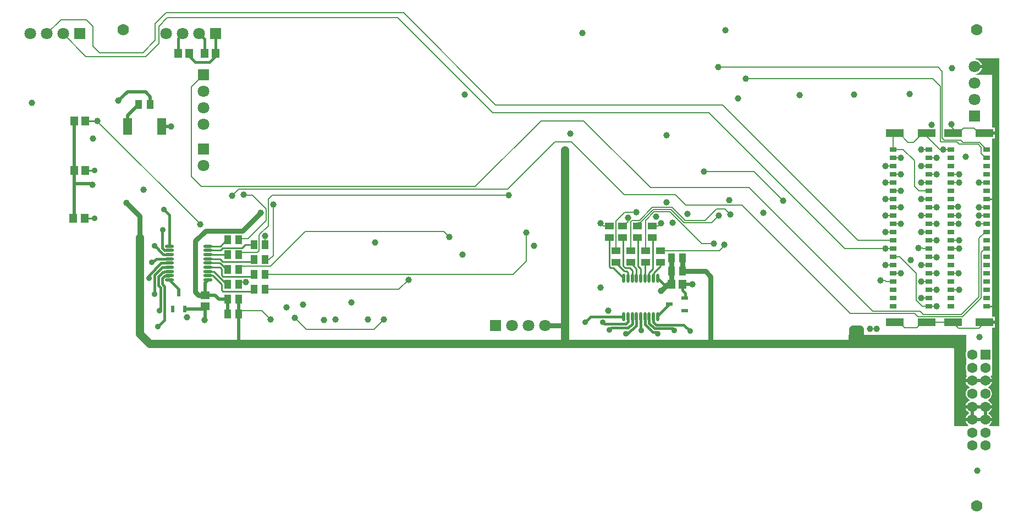
<source format=gbl>
G04*
G04 #@! TF.GenerationSoftware,Altium Limited,Altium Designer,18.0.12 (696)*
G04*
G04 Layer_Physical_Order=4*
G04 Layer_Color=16711680*
%FSLAX25Y25*%
%MOIN*%
G70*
G01*
G75*
%ADD12C,0.01000*%
%ADD14C,0.01500*%
%ADD16R,0.03937X0.02362*%
%ADD17R,0.02362X0.03937*%
%ADD21R,0.04528X0.05512*%
%ADD23R,0.04449X0.05591*%
%ADD29R,0.05512X0.04724*%
%ADD30R,0.04724X0.05512*%
%ADD56C,0.03937*%
%ADD57C,0.00500*%
%ADD58C,0.03000*%
%ADD59C,0.05000*%
%ADD60C,0.02000*%
%ADD62C,0.07087*%
%ADD63R,0.07087X0.07087*%
%ADD64R,0.07087X0.07087*%
%ADD65C,0.06299*%
%ADD66R,0.06299X0.06299*%
%ADD67C,0.07000*%
%ADD68C,0.03500*%
%ADD69O,0.01772X0.05512*%
%ADD70O,0.05512X0.01772*%
%ADD71R,0.05591X0.04449*%
%ADD72R,0.04331X0.03150*%
%ADD73R,0.10630X0.04724*%
%ADD74R,0.05512X0.10236*%
%ADD75C,0.01700*%
G36*
X283559Y216559D02*
D01*
D02*
G37*
G36*
X285591Y219900D02*
D01*
D02*
G37*
G36*
X692500Y157310D02*
X692145Y156454D01*
X692009Y155423D01*
X692145Y154392D01*
X692500Y153535D01*
Y149436D01*
X692145Y148580D01*
X692009Y147549D01*
X692145Y146518D01*
X692500Y145661D01*
Y142800D01*
X692530D01*
X692777Y142300D01*
X692369Y141768D01*
X691950Y140758D01*
X691939Y140675D01*
X695993D01*
Y138675D01*
X691939D01*
X691950Y138592D01*
X692369Y137582D01*
X693034Y136715D01*
X693900Y136050D01*
X694263Y135900D01*
X694263Y135359D01*
X694001Y135251D01*
X693176Y134618D01*
X692543Y133793D01*
X692145Y132832D01*
X692009Y131801D01*
X692145Y130770D01*
X692543Y129809D01*
X693176Y128984D01*
X694001Y128351D01*
X694263Y128243D01*
X694263Y127701D01*
X693900Y127552D01*
X693034Y126886D01*
X692369Y126020D01*
X691950Y125010D01*
X691939Y124927D01*
X695993D01*
Y122927D01*
X691939D01*
X691950Y122844D01*
X692369Y121834D01*
X693034Y120967D01*
X693900Y120302D01*
X694051Y120240D01*
Y119740D01*
X693900Y119677D01*
X693034Y119012D01*
X692369Y118146D01*
X691950Y117136D01*
X691939Y117053D01*
X695993D01*
Y115053D01*
X691939D01*
X691950Y114970D01*
X692369Y113960D01*
X693034Y113093D01*
X693546Y112700D01*
X693377Y112200D01*
X685083D01*
Y158706D01*
X685022Y159013D01*
X684848Y159274D01*
X684587Y159448D01*
X684280Y159509D01*
X621000D01*
X621000Y167500D01*
X622000Y167500D01*
X692500Y167500D01*
Y157310D01*
D02*
G37*
G36*
X712477Y112200D02*
X706484D01*
X706314Y112700D01*
X706827Y113093D01*
X707492Y113960D01*
X707910Y114970D01*
X707921Y115053D01*
X703867D01*
Y117053D01*
X707921D01*
X707910Y117136D01*
X707492Y118146D01*
X706827Y119012D01*
X705960Y119677D01*
X705809Y119740D01*
Y120240D01*
X705960Y120302D01*
X706827Y120967D01*
X707492Y121834D01*
X707910Y122844D01*
X707921Y122927D01*
X703867D01*
Y124927D01*
X707921D01*
X707910Y125010D01*
X707492Y126020D01*
X706827Y126886D01*
X705960Y127552D01*
X705598Y127701D01*
X705598Y128243D01*
X705859Y128351D01*
X706684Y128984D01*
X707317Y129809D01*
X707715Y130770D01*
X707851Y131801D01*
X707715Y132832D01*
X707317Y133793D01*
X706684Y134618D01*
X705859Y135251D01*
X705598Y135359D01*
X705598Y135900D01*
X705960Y136050D01*
X706827Y136715D01*
X707492Y137582D01*
X707910Y138592D01*
X707921Y138675D01*
X703867D01*
Y140675D01*
X707921D01*
X707910Y140758D01*
X707492Y141768D01*
X707083Y142300D01*
X707330Y142800D01*
X708000D01*
Y171679D01*
X709791D01*
Y174041D01*
X703476D01*
Y176041D01*
X709791D01*
Y178403D01*
X708000D01*
X708000Y286325D01*
X709791D01*
Y288687D01*
X703476D01*
Y290687D01*
X709791D01*
Y293049D01*
X708000D01*
Y325000D01*
X698159Y325000D01*
X698127Y325500D01*
X698686Y325574D01*
X699791Y326031D01*
X700740Y326760D01*
X701469Y327709D01*
X701926Y328814D01*
X701951Y329000D01*
X697500D01*
Y331000D01*
X701951D01*
X701926Y331186D01*
X701469Y332291D01*
X700740Y333240D01*
X699791Y333969D01*
X698686Y334426D01*
X698127Y334500D01*
X698160Y335000D01*
X712477Y335000D01*
Y112200D01*
D02*
G37*
D12*
X475905Y208753D02*
Y226516D01*
X241753Y202905D02*
X259420D01*
X241753Y193905D02*
X259420D01*
X221445Y336555D02*
Y338000D01*
X237445Y336545D02*
Y338000D01*
X502500Y207500D02*
Y226016D01*
X157890Y238000D02*
X164000D01*
X165700Y297000D02*
X166094Y296606D01*
X158445Y297000D02*
X165700D01*
X237445Y349945D02*
X237500Y350000D01*
X704657Y249864D02*
X710364D01*
X704657Y184864D02*
X710364D01*
X475905Y226516D02*
X476000D01*
X475905Y208753D02*
X476666Y207991D01*
X478485D01*
X484764Y201713D01*
X484921Y206191D02*
X486309D01*
X487323Y201713D02*
Y205177D01*
X486309Y206191D02*
X487323Y205177D01*
X480000Y211112D02*
X484921Y206191D01*
X480000Y211112D02*
Y211516D01*
X484000Y226516D02*
X484500Y226016D01*
Y209158D02*
Y226016D01*
Y209158D02*
X485666Y207991D01*
X488500D01*
X489882Y206609D01*
Y201713D02*
Y206609D01*
X489000Y210954D02*
Y211516D01*
Y210954D02*
X492441Y207513D01*
Y201713D02*
Y207513D01*
X493000Y226516D02*
X493500Y226016D01*
Y209000D02*
Y226016D01*
Y209000D02*
X495000Y207500D01*
Y201713D02*
Y207500D01*
X497559Y211075D02*
X498000Y211516D01*
X497559Y201713D02*
Y211075D01*
X502000Y226516D02*
X502500Y226016D01*
X500118Y205118D02*
X502500Y207500D01*
X500118Y201713D02*
Y205118D01*
X507000Y209000D02*
Y211516D01*
X503050Y205050D02*
X507000Y209000D01*
X503050Y202086D02*
Y205050D01*
X502677Y201713D02*
X503050Y202086D01*
X158445Y267000D02*
X164000D01*
X232713Y205882D02*
X236230D01*
X243516Y224000D02*
X244516Y225000D01*
X243112Y224000D02*
X243516D01*
X240348Y221236D02*
X243112Y224000D01*
X232713Y221236D02*
X240348D01*
X244398Y216118D02*
X244516Y216000D01*
X232713Y216118D02*
X244398D01*
X259420Y193905D02*
X260516Y195000D01*
X240991Y194666D02*
X241753Y193905D01*
X240991Y194666D02*
Y198009D01*
X235677Y203323D02*
X240991Y198009D01*
X232713Y203323D02*
X235677D01*
X244112Y198000D02*
X244516D01*
X236230Y205882D02*
X244112Y198000D01*
X259420Y202905D02*
X260516Y204000D01*
X240991Y203666D02*
X241753Y202905D01*
X240991Y203666D02*
Y207575D01*
X240125Y208441D02*
X240991Y207575D01*
X232713Y208441D02*
X240125D01*
X244112Y207000D02*
X244516D01*
X240112Y211000D02*
X244112Y207000D01*
X232713Y211000D02*
X240112D01*
X259420Y211905D02*
X260516Y213000D01*
X241753Y211905D02*
X259420D01*
X240099Y213559D02*
X241753Y211905D01*
X232713Y213559D02*
X240099D01*
X255342Y222000D02*
X260516D01*
X253438Y220095D02*
X255342Y222000D01*
X241753Y220095D02*
X253438D01*
X240335Y218677D02*
X241753Y220095D01*
X232713Y218677D02*
X240335D01*
D14*
X521904Y189740D02*
Y192921D01*
X225100Y332900D02*
X233800D01*
X221445Y336555D02*
X225100Y332900D01*
X233800D02*
X237445Y336545D01*
X227500Y350000D02*
X230555Y346945D01*
Y338000D02*
Y346945D01*
X214555Y347055D02*
X217500Y350000D01*
X214555Y338000D02*
Y347055D01*
X197000Y203549D02*
X204451Y211000D01*
X197000Y201700D02*
Y203549D01*
X204451Y211000D02*
X209287D01*
X205144Y208441D02*
X209287D01*
X200382Y203678D02*
X205144Y208441D01*
X200382Y196423D02*
Y203678D01*
X202682Y202725D02*
X205456Y205500D01*
X202682Y197375D02*
Y202725D01*
X204982Y201773D02*
X206408Y203200D01*
X204982Y198328D02*
Y201773D01*
Y198328D02*
X206500Y196809D01*
X202682Y197375D02*
X204000Y196057D01*
X206408Y203200D02*
X209164D01*
X200400Y192000D02*
Y196404D01*
X200382Y196423D02*
X200400Y196404D01*
X204000Y182800D02*
Y196057D01*
X206500Y176500D02*
Y196809D01*
X209164Y205759D02*
X209287Y205882D01*
X203200Y182000D02*
X204000Y182800D01*
X205456Y205500D02*
X206149D01*
X206408Y205759D01*
X209164D01*
X202500Y172500D02*
X206500Y176500D01*
X209164Y203200D02*
X209287Y203323D01*
X198524Y211500D02*
X199047D01*
X205882Y216118D02*
X209287D01*
X200500Y221500D02*
X202682Y219319D01*
Y219275D02*
Y219319D01*
Y219275D02*
X205456Y216500D01*
X205500D01*
X205882Y216118D01*
X205000Y230500D02*
X205500Y231000D01*
X205000Y222983D02*
Y230500D01*
X204982Y222965D02*
X205000Y222983D01*
X204982Y220227D02*
Y222965D01*
Y220227D02*
X206408Y218800D01*
X209164D01*
X209287Y218677D01*
Y221236D02*
Y240213D01*
X206000Y243500D02*
X209287Y240213D01*
X199047Y211500D02*
X199147Y211400D01*
X201306Y213559D01*
X486000Y168000D02*
X487030D01*
X487459Y171682D02*
X489882Y174104D01*
X477182Y171682D02*
X487459D01*
X476000Y170500D02*
X477182Y171682D01*
X473380Y178287D02*
X484764D01*
X473367Y178300D02*
X473380Y178287D01*
X470633Y178300D02*
X473367D01*
X470621Y178287D02*
X470633Y178300D01*
X464787Y178287D02*
X470621D01*
X461500Y175000D02*
X464787Y178287D01*
X473019Y173982D02*
X485989D01*
X472000Y175000D02*
X473019Y173982D01*
X487030Y168000D02*
X492182Y173151D01*
Y173241D01*
X492441Y173500D02*
Y178287D01*
X492182Y173241D02*
X492441Y173500D01*
X495000Y170500D02*
X495500Y170000D01*
X495000Y170500D02*
Y178287D01*
X485989Y173982D02*
X487323Y175315D01*
Y178287D01*
X497559Y173736D02*
X502295Y169000D01*
X497559Y173736D02*
Y178287D01*
X504500Y169000D02*
X505500Y168000D01*
X502295Y169000D02*
X504500D01*
X503248Y171300D02*
X514200D01*
X500118Y174430D02*
X503248Y171300D01*
X504200Y173600D02*
X520992D01*
X502800Y175000D02*
X504200Y173600D01*
X502800Y175000D02*
Y178164D01*
X500118Y174430D02*
Y178287D01*
X514200Y171300D02*
X515500Y170000D01*
X520992Y173600D02*
X524975Y169617D01*
X513516Y206000D02*
X513654Y205862D01*
X511500Y198000D02*
X513654D01*
X508949D02*
X511500D01*
X505236Y201713D02*
X508949Y198000D01*
X237445Y338000D02*
Y349945D01*
X520346Y194478D02*
X521904Y192921D01*
X520346Y194478D02*
Y198000D01*
X502677Y178287D02*
X502800Y178164D01*
X489882Y174104D02*
Y178287D01*
X505236Y178961D02*
X512276Y186000D01*
X505236Y178287D02*
Y178961D01*
X231000Y199051D02*
X232713Y200764D01*
X201306Y213559D02*
X209287D01*
D16*
X512276Y186000D02*
D03*
X521724Y182260D02*
D03*
Y189740D02*
D03*
D17*
X215000Y192724D02*
D03*
X211260Y183276D02*
D03*
X218740D02*
D03*
D21*
X230555Y338000D02*
D03*
X237445D02*
D03*
X214555D02*
D03*
X221445D02*
D03*
X158445Y297000D02*
D03*
X151555D02*
D03*
X157890Y238000D02*
D03*
X151000D02*
D03*
X158445Y267000D02*
D03*
X151555D02*
D03*
D23*
X190816Y307100D02*
D03*
X197784D02*
D03*
X520484Y206000D02*
D03*
X513516D02*
D03*
X520484Y214000D02*
D03*
X513516D02*
D03*
X251484Y189000D02*
D03*
X244516D02*
D03*
X251484Y180000D02*
D03*
X244516D02*
D03*
X267484Y195000D02*
D03*
X260516D02*
D03*
X251484Y198000D02*
D03*
X244516D02*
D03*
X267484Y204000D02*
D03*
X260516D02*
D03*
X251484Y207000D02*
D03*
X244516D02*
D03*
X267484Y213000D02*
D03*
X260516D02*
D03*
X251484Y216000D02*
D03*
X244516D02*
D03*
X267484Y222000D02*
D03*
X260516D02*
D03*
X251484Y225000D02*
D03*
X244516D02*
D03*
D29*
X231000Y191346D02*
D03*
Y184654D02*
D03*
D30*
X513654Y198000D02*
D03*
X520346D02*
D03*
D56*
X699000Y85000D02*
D03*
X459600Y350500D02*
D03*
X126000Y308000D02*
D03*
X272300Y246600D02*
D03*
X545700Y222000D02*
D03*
X643270Y259864D02*
D03*
X627800Y170700D02*
D03*
X623800D02*
D03*
X643270Y219864D02*
D03*
X569400Y241400D02*
D03*
X255700Y199300D02*
D03*
X354200Y200900D02*
D03*
X475500Y182100D02*
D03*
X687600Y204864D02*
D03*
X640338Y200364D02*
D03*
X533300Y266500D02*
D03*
X220100Y178200D02*
D03*
X549300Y240300D02*
D03*
X674191Y244864D02*
D03*
X700300Y166200D02*
D03*
X674191Y184864D02*
D03*
X687864Y219864D02*
D03*
Y194864D02*
D03*
X687636Y234864D02*
D03*
Y239864D02*
D03*
X687500Y245000D02*
D03*
X687864Y224864D02*
D03*
X699600Y234900D02*
D03*
X285400Y177800D02*
D03*
X339400Y176751D02*
D03*
X542300Y239900D02*
D03*
X683400Y295000D02*
D03*
X581446Y248654D02*
D03*
X548800Y249100D02*
D03*
X539300Y222700D02*
D03*
X657900Y313500D02*
D03*
X624400Y313200D02*
D03*
X591200Y312800D02*
D03*
X553900Y310800D02*
D03*
X674191Y224864D02*
D03*
Y234864D02*
D03*
X507284Y235084D02*
D03*
X504400Y239000D02*
D03*
X487200Y238600D02*
D03*
X663500Y220200D02*
D03*
X674400Y214600D02*
D03*
X664923Y209864D02*
D03*
X658800Y212700D02*
D03*
X674191Y274864D02*
D03*
X678400Y279864D02*
D03*
X664923D02*
D03*
X671500Y294900D02*
D03*
X415000Y252100D02*
D03*
X452200Y289300D02*
D03*
X430500Y221600D02*
D03*
X425700Y229300D02*
D03*
X378900Y226800D02*
D03*
X227900Y234600D02*
D03*
X264800Y241600D02*
D03*
X193600Y255600D02*
D03*
X183306Y247394D02*
D03*
X526500Y198000D02*
D03*
X449000Y279500D02*
D03*
X638000Y171000D02*
D03*
X634000D02*
D03*
X507500Y194000D02*
D03*
X470700Y196100D02*
D03*
X387000Y216000D02*
D03*
X388500Y313000D02*
D03*
X334000Y223500D02*
D03*
X163000Y286500D02*
D03*
X165700Y297000D02*
D03*
X546500Y352000D02*
D03*
X162800Y258500D02*
D03*
X230600Y176600D02*
D03*
X270600Y176800D02*
D03*
X309921D02*
D03*
X470700Y235100D02*
D03*
X290236Y185719D02*
D03*
X542000Y329800D02*
D03*
X514200Y235500D02*
D03*
X683600Y329000D02*
D03*
X510516Y288300D02*
D03*
Y247700D02*
D03*
X523236Y240900D02*
D03*
X329606Y176800D02*
D03*
X319764Y187081D02*
D03*
X303131Y176600D02*
D03*
X280394Y184000D02*
D03*
X492200Y241700D02*
D03*
X254400Y252300D02*
D03*
X267500Y227300D02*
D03*
X558600Y322800D02*
D03*
X692000Y275400D02*
D03*
X247500Y251800D02*
D03*
X664923Y269864D02*
D03*
X674191Y264864D02*
D03*
X664923Y259864D02*
D03*
Y249864D02*
D03*
Y239864D02*
D03*
Y229864D02*
D03*
X674191Y204864D02*
D03*
X664923Y199864D02*
D03*
X674191Y194864D02*
D03*
X664923Y189864D02*
D03*
X652537Y274864D02*
D03*
X643270Y269864D02*
D03*
X652537Y264864D02*
D03*
Y254864D02*
D03*
X643270Y249864D02*
D03*
X652537Y244864D02*
D03*
X643270Y239864D02*
D03*
X652537Y234864D02*
D03*
X643270Y229864D02*
D03*
Y209864D02*
D03*
X652537Y204864D02*
D03*
X687864Y264864D02*
D03*
Y259864D02*
D03*
X699864Y244864D02*
D03*
X700136Y259864D02*
D03*
X699864Y239864D02*
D03*
X210400Y293800D02*
D03*
X178500Y309400D02*
D03*
D57*
X251484Y217400D02*
X262800D01*
X254400Y252000D02*
X259600D01*
X254400Y252300D02*
X255000Y251700D01*
X251484Y225800D02*
X256900D01*
X251484Y209155D02*
X270800D01*
X244516Y181000D02*
X245800D01*
Y180000D02*
Y181000D01*
X683400Y293502D02*
X685700Y291202D01*
X251484Y182200D02*
X265200D01*
X259600Y252000D02*
X267900Y243700D01*
X272300Y215500D02*
Y246600D01*
X272200Y215400D02*
X272300Y215500D01*
X269200Y249700D02*
X271600Y252100D01*
X269200Y246100D02*
Y249700D01*
X267900Y236800D02*
Y243700D01*
X256900Y225800D02*
X267900Y236800D01*
X375700Y230000D02*
X378900Y226800D01*
X291645Y230000D02*
X375700D01*
X270800Y209155D02*
X291645Y230000D01*
X486300Y235100D02*
X487200Y236000D01*
Y238600D01*
X522400Y246000D02*
X556400D01*
X516000Y252400D02*
X522400Y246000D01*
X485100Y252400D02*
X516000D01*
X452900Y284600D02*
X485100Y252400D01*
X443100Y284600D02*
X452900D01*
X438600Y280100D02*
X443100Y284600D01*
X414300Y255800D02*
X438600Y280100D01*
X251500Y255800D02*
X414300D01*
X228800Y257400D02*
X394800D01*
X500986Y256714D02*
X560686Y256714D01*
X460500Y297200D02*
X500986Y256714D01*
X434600Y297200D02*
X460500D01*
X394800Y257400D02*
X434600Y297200D01*
X536300Y302200D02*
X618636Y219864D01*
X643270D01*
X405400Y302200D02*
X536300D01*
X347800Y359800D02*
X405400Y302200D01*
X544800Y306800D02*
X626736Y224864D01*
X407100Y306800D02*
X544800D01*
X351200Y362700D02*
X407100Y306800D01*
X563600Y266500D02*
X581446Y248654D01*
X533300Y266500D02*
X563600D01*
X222800Y263400D02*
X228800Y257400D01*
X247500Y251800D02*
X251500Y255800D01*
X222800Y263400D02*
Y317800D01*
X230000Y325000D01*
X163100Y342600D02*
Y354500D01*
X159000Y358600D02*
X163100Y354500D01*
X143600Y358600D02*
X159000D01*
X135000Y350000D02*
X143600Y358600D01*
X643270Y259864D02*
X647903D01*
X643270Y219864D02*
X647903D01*
X251939Y199300D02*
X255700D01*
X251484Y198845D02*
X251939Y199300D01*
X267484Y195000D02*
X348300D01*
X251484Y198000D02*
Y198845D01*
X348300Y195000D02*
X354200Y200900D01*
X683003Y204864D02*
X687600D01*
X640338Y200364D02*
X643207D01*
X643707Y199864D01*
X647903D01*
X244516Y181000D02*
Y181500D01*
Y180000D02*
X245800D01*
X556400Y246000D02*
X621939Y180461D01*
X521200Y235500D02*
X537900D01*
X542300Y239900D01*
X541019Y243719D02*
X545881D01*
X549300Y240300D01*
X267484Y204000D02*
X417700D01*
X425700Y212000D02*
Y229300D01*
X417700Y204000D02*
X425700Y212000D01*
X669557Y244864D02*
X674191D01*
X689504Y179753D02*
X700142Y190391D01*
X666336Y179753D02*
X689504D01*
X700142Y190391D02*
Y226142D01*
X699935Y171500D02*
X703476Y175041D01*
X687726Y171500D02*
X699935D01*
X663000Y178453D02*
X690042D01*
X668376Y175041D02*
X684185D01*
X669557Y184864D02*
X674191D01*
X683003Y219864D02*
X687864D01*
X683003Y194864D02*
X687864D01*
X683003Y234864D02*
X687636D01*
X683003Y239864D02*
X687636D01*
X683140Y245000D02*
X687500D01*
X683003Y224864D02*
X687864D01*
X699600Y234900D02*
X699636Y234864D01*
X704657D01*
X285400Y177800D02*
X292400Y170800D01*
X333449D01*
X339400Y176751D01*
X542684Y218484D02*
X545800Y221600D01*
X507000Y218484D02*
X542684D01*
X207500Y362700D02*
X351200D01*
X200800Y356000D02*
X207500Y362700D01*
X200800Y346200D02*
Y356000D01*
X193200Y338600D02*
X200800Y346200D01*
X167100Y338600D02*
X193200D01*
X163100Y342600D02*
X167100Y338600D01*
X207700Y359387D02*
X208113Y359800D01*
X347800D01*
X202907Y354593D02*
X207700Y359387D01*
X202907Y344107D02*
Y354593D01*
X195000Y336200D02*
X202907Y344107D01*
X158800Y336200D02*
X195000D01*
X145000Y350000D02*
X158800Y336200D01*
X683400Y293502D02*
Y295000D01*
X534100Y236800D02*
X541019Y243719D01*
X521900Y236800D02*
X534100D01*
X531900Y222700D02*
X539300D01*
X669557Y224864D02*
X674191D01*
X669557Y234864D02*
X674191D01*
X512581Y242019D02*
X531900Y222700D01*
X503150Y242019D02*
X512581D01*
X498000Y218484D02*
Y236869D01*
X493459Y235459D02*
X494751D01*
X489770Y236759D02*
X494213D01*
X493000Y235000D02*
X493459Y235459D01*
X493000Y233484D02*
Y235000D01*
X513381Y243319D02*
X521200Y235500D01*
X502611Y243319D02*
X513381D01*
X514081Y244619D02*
X521900Y236800D01*
X502073Y244619D02*
X514081D01*
X494751Y235459D02*
X502611Y243319D01*
X494213Y236759D02*
X502073Y244619D01*
X498000Y236869D02*
X503150Y242019D01*
X505684Y233484D02*
X507284Y235084D01*
X489155Y218639D02*
Y236144D01*
X489000Y218484D02*
X489155Y218639D01*
Y236144D02*
X489770Y236759D01*
X663500Y220200D02*
X665528D01*
X665864Y219864D01*
X669821Y214600D02*
X674400D01*
X669557Y214864D02*
X669821Y214600D01*
X664923Y209864D02*
X669557D01*
X665864Y219864D02*
X669557D01*
X651936Y214864D02*
X661900Y204900D01*
X677819Y286981D02*
Y327181D01*
Y286981D02*
X677820Y286981D01*
Y286890D02*
Y286981D01*
Y286890D02*
X679109Y285600D01*
X688900D01*
X690233Y284267D01*
X687972Y282967D02*
X699716D01*
X686638Y284300D02*
X687972Y282967D01*
X690233Y284267D02*
X700254D01*
X704657Y279864D01*
X699716Y282967D02*
X701442Y281241D01*
Y277558D02*
Y281241D01*
X676900Y284300D02*
X686638D01*
X676519Y284681D02*
X676900Y284300D01*
X676519Y284681D02*
Y318281D01*
X684185Y289687D02*
X685700Y291202D01*
X665341Y175041D02*
X668376D01*
X662200Y171900D02*
X665341Y175041D01*
X660545Y171900D02*
X662200D01*
X660511Y171865D02*
X660545Y171900D01*
X655135Y171865D02*
X660511D01*
X651959Y175041D02*
X655135Y171865D01*
X649085Y175041D02*
X651959D01*
X678400Y279864D02*
X683003D01*
X669557Y274864D02*
X674191D01*
X676236Y279864D02*
X678400D01*
X668376Y287724D02*
X676236Y279864D01*
X668376Y287724D02*
Y289687D01*
X664923Y279864D02*
X669557D01*
X621939Y180461D02*
X660992D01*
X665931Y289687D02*
X668376D01*
X660511Y284267D02*
X665931Y289687D01*
X656950Y284267D02*
X660511D01*
X651530Y289687D02*
X656950Y284267D01*
X649085Y289687D02*
X651530D01*
X251484Y216000D02*
Y217400D01*
X262800D02*
X263800Y218400D01*
Y228200D01*
X269200Y233600D01*
Y246100D01*
X271600Y252100D02*
X415000D01*
X251484Y225000D02*
Y225800D01*
X227900Y234600D02*
Y234800D01*
X166094Y296606D02*
X227900Y234800D01*
X647903Y288506D02*
X649085Y289687D01*
X647903Y279864D02*
Y288506D01*
X663636Y254864D02*
X669557D01*
X661000Y257500D02*
X663636Y254864D01*
X661000Y257500D02*
Y273000D01*
X654136Y279864D02*
X661000Y273000D01*
X647903Y279864D02*
X654136D01*
X684185Y175041D02*
X687726Y171500D01*
X660992Y180461D02*
X663000Y178453D01*
X664328Y181761D02*
X666336Y179753D01*
X647903Y214864D02*
X651936D01*
X684185Y289687D02*
X687400D01*
X690613Y292900D01*
X697000D02*
X700213Y289687D01*
X703476D01*
X521724Y189740D02*
X521904D01*
X661900Y188564D02*
Y204900D01*
Y188564D02*
X665600Y184864D01*
X669557D01*
X265200Y182200D02*
X270600Y176800D01*
X470700Y235100D02*
X472316Y233484D01*
X476000D01*
X675200Y329800D02*
X677819Y327181D01*
X542000Y329800D02*
X675200D01*
X502000Y233484D02*
X505684D01*
X695993Y108179D02*
Y109300D01*
X251484Y207000D02*
Y209155D01*
X485200Y241700D02*
X492200D01*
X480000Y236500D02*
X485200Y241700D01*
X480000Y218484D02*
Y236500D01*
X267484Y222000D02*
Y227284D01*
X267500Y227300D01*
X269800Y213000D02*
X272200Y215400D01*
X267484Y213000D02*
X269800D01*
X672000Y322800D02*
X676519Y318281D01*
X558600Y322800D02*
X672000D01*
X635639Y181761D02*
X664328D01*
X560686Y256714D02*
X635639Y181761D01*
X251484Y181500D02*
Y182200D01*
X690613Y292900D02*
X697000D01*
X626736Y224864D02*
X647903D01*
X664923Y269864D02*
X669557D01*
Y264864D02*
X674191D01*
X664923Y259864D02*
X669557D01*
X664923Y249864D02*
X669557D01*
X664923Y239864D02*
X669557D01*
X664923Y229864D02*
X669557D01*
Y204864D02*
X674191D01*
X664923Y199864D02*
X669557D01*
Y194864D02*
X674191D01*
X664923Y189864D02*
X669557D01*
X647903Y274864D02*
X652537D01*
X643270Y269864D02*
X647903D01*
Y264864D02*
X652537D01*
X647903Y254864D02*
X652537D01*
X643270Y249864D02*
X647903D01*
Y244864D02*
X652537D01*
X643270Y239864D02*
X647903D01*
Y234864D02*
X652537D01*
X643270Y229864D02*
X647903D01*
X643270Y209864D02*
X647903D01*
Y204864D02*
X652537D01*
X683003Y264864D02*
X687864D01*
X683003Y259864D02*
X687864D01*
X683003Y244864D02*
X683140Y245000D01*
X699864Y244864D02*
X704657D01*
X700136Y259864D02*
X704657D01*
X699864Y239864D02*
X704657D01*
X690042Y178453D02*
X701442Y189853D01*
Y277558D02*
X704136Y274864D01*
X704657D01*
X700142Y226142D02*
X703864Y229864D01*
X704657D01*
X701442Y189853D02*
Y217442D01*
X703864Y219864D02*
X704657D01*
X701442Y217442D02*
X703864Y219864D01*
D58*
X227154Y191346D02*
X231000D01*
X225100Y193400D02*
X227154Y191346D01*
X225100Y193400D02*
Y224400D01*
X231200Y230500D01*
X253700D01*
X264800Y241600D01*
X191238Y226400D02*
Y239462D01*
X183306Y247394D02*
X191238Y239462D01*
X520484Y206000D02*
X534300D01*
X537500Y161993D02*
Y202800D01*
X534300Y206000D02*
X537500Y202800D01*
X437000Y173000D02*
X449000D01*
X513654Y198000D02*
Y205862D01*
X507500Y194000D02*
X511500Y198000D01*
X520484Y206000D02*
Y214000D01*
X513516Y206000D02*
Y214000D01*
D59*
X627800Y166400D02*
Y170700D01*
X623800Y165887D02*
Y170700D01*
X627800D01*
Y166400D02*
X628700Y165500D01*
X623800Y165887D02*
X624600Y165087D01*
X623000Y163487D02*
X624600Y165087D01*
X625193Y161993D02*
X628700Y165500D01*
X624493Y161993D02*
X625193D01*
X537500D02*
X624493D01*
X623000Y163487D02*
X624493Y161993D01*
X191238Y168000D02*
Y226400D01*
X449000Y161993D02*
X537500D01*
X251900D02*
X449000D01*
X197244D02*
X251900D01*
X191238Y168000D02*
X197244Y161993D01*
X449000Y173000D02*
Y279500D01*
Y161993D02*
Y173000D01*
D60*
X151555Y267000D02*
Y297000D01*
Y259100D02*
Y267000D01*
X251484Y162409D02*
X251900Y161993D01*
X244516Y181500D02*
Y189000D01*
X520346Y198000D02*
X526500D01*
X151555Y238555D02*
Y259100D01*
X162200D01*
X162800Y258500D01*
X151000Y238000D02*
X151555Y238555D01*
X230600Y176600D02*
X231000Y177000D01*
Y184654D01*
X229622Y183276D02*
X231000Y184654D01*
X218740Y183276D02*
X229622D01*
X251484Y182200D02*
Y189000D01*
X239500D02*
X244516D01*
X237154Y191346D02*
X239500Y189000D01*
X231000Y191346D02*
X237154D01*
X231000D02*
Y199051D01*
X695993Y116053D02*
X703867D01*
X695993Y139675D02*
X703867D01*
Y116053D02*
Y123927D01*
X695993Y116053D02*
Y123927D01*
X703867D01*
X251484Y162409D02*
Y180000D01*
Y181500D01*
X204636Y293800D02*
X210400D01*
X184164D02*
Y300448D01*
X190816Y307100D01*
X197784D02*
Y311916D01*
X194900Y314800D02*
X197784Y311916D01*
X183900Y314800D02*
X194900D01*
X178500Y309400D02*
X183900Y314800D01*
D62*
X437000Y173000D02*
D03*
X417000D02*
D03*
X427000D02*
D03*
X697500Y330000D02*
D03*
Y310000D02*
D03*
Y320000D02*
D03*
X207500Y350000D02*
D03*
X227500D02*
D03*
X217500D02*
D03*
X230000Y295000D02*
D03*
Y315000D02*
D03*
Y305000D02*
D03*
X125000Y350000D02*
D03*
X145000D02*
D03*
X135000D02*
D03*
X230000Y270000D02*
D03*
D63*
X407000Y173000D02*
D03*
X237500Y350000D02*
D03*
X155000D02*
D03*
D64*
X697500Y300000D02*
D03*
X230000Y325000D02*
D03*
Y280000D02*
D03*
D65*
X695993Y155423D02*
D03*
X703867Y123927D02*
D03*
X695993Y147549D02*
D03*
X703867D02*
D03*
X695993Y139675D02*
D03*
X703867D02*
D03*
X695993Y131801D02*
D03*
X703867D02*
D03*
X695993Y123927D02*
D03*
X703867Y116053D02*
D03*
X695993D02*
D03*
X703867Y108179D02*
D03*
X695993D02*
D03*
X703867Y100305D02*
D03*
X695993D02*
D03*
D66*
X703867Y155423D02*
D03*
D67*
X698780Y63849D02*
D03*
Y352364D02*
D03*
X181230D02*
D03*
D68*
X197000Y201700D02*
D03*
X200400Y192000D02*
D03*
X203200Y182000D02*
D03*
X198524Y211500D02*
D03*
X200500Y221500D02*
D03*
X205500Y231000D02*
D03*
X206000Y243500D02*
D03*
X202500Y172500D02*
D03*
X486000Y168000D02*
D03*
X476000Y170500D02*
D03*
X472000Y175000D02*
D03*
X461500D02*
D03*
X495500Y170000D02*
D03*
X505500Y168000D02*
D03*
X515500Y170000D02*
D03*
X524975Y169617D02*
D03*
X164000Y238000D02*
D03*
Y267000D02*
D03*
D69*
X505236Y178287D02*
D03*
X502677D02*
D03*
X500118D02*
D03*
X497559D02*
D03*
X495000D02*
D03*
X492441D02*
D03*
X489882D02*
D03*
X487323D02*
D03*
X484764D02*
D03*
X505236Y201713D02*
D03*
X502677D02*
D03*
X500118D02*
D03*
X497559D02*
D03*
X495000D02*
D03*
X492441D02*
D03*
X489882D02*
D03*
X487323D02*
D03*
X484764D02*
D03*
D70*
X209287Y200764D02*
D03*
Y203323D02*
D03*
Y205882D02*
D03*
Y208441D02*
D03*
Y211000D02*
D03*
Y213559D02*
D03*
Y216118D02*
D03*
Y218677D02*
D03*
Y221236D02*
D03*
X232713Y200764D02*
D03*
Y203323D02*
D03*
Y205882D02*
D03*
Y208441D02*
D03*
Y211000D02*
D03*
Y213559D02*
D03*
Y216118D02*
D03*
Y218677D02*
D03*
Y221236D02*
D03*
D71*
X507000Y218484D02*
D03*
Y211516D02*
D03*
X502000Y233484D02*
D03*
Y226516D02*
D03*
X498000Y218484D02*
D03*
Y211516D02*
D03*
X493000Y233484D02*
D03*
Y226516D02*
D03*
X489000Y218484D02*
D03*
Y211516D02*
D03*
X484000Y233484D02*
D03*
Y226516D02*
D03*
X480000Y218484D02*
D03*
Y211516D02*
D03*
X476000Y233484D02*
D03*
Y226516D02*
D03*
D72*
X704657Y279864D02*
D03*
X683003D02*
D03*
X704657Y274864D02*
D03*
X683003D02*
D03*
X704657Y269864D02*
D03*
X683003D02*
D03*
X704657Y264864D02*
D03*
X683003D02*
D03*
X704657Y259864D02*
D03*
X683003D02*
D03*
X704657Y254864D02*
D03*
X683003D02*
D03*
X704657Y249864D02*
D03*
X683003D02*
D03*
X704657Y244864D02*
D03*
X683003D02*
D03*
X704657Y239864D02*
D03*
X683003D02*
D03*
X704657Y234864D02*
D03*
X683003D02*
D03*
Y229864D02*
D03*
X704657D02*
D03*
X683003Y224864D02*
D03*
X704657D02*
D03*
X683003Y219864D02*
D03*
X704657D02*
D03*
Y214864D02*
D03*
X683003D02*
D03*
X704657Y209864D02*
D03*
X683003D02*
D03*
X704657Y204864D02*
D03*
X683003D02*
D03*
X704657Y199864D02*
D03*
X683003D02*
D03*
X704657Y194864D02*
D03*
X683003D02*
D03*
X704657Y189864D02*
D03*
X683003D02*
D03*
X704657Y184864D02*
D03*
X683003D02*
D03*
X669557Y279864D02*
D03*
X647903D02*
D03*
X669557Y274864D02*
D03*
X647903D02*
D03*
X669557Y269864D02*
D03*
X647903D02*
D03*
X669557Y264864D02*
D03*
X647903D02*
D03*
X669557Y259864D02*
D03*
X647903D02*
D03*
X669557Y254864D02*
D03*
X647903D02*
D03*
X669557Y249864D02*
D03*
X647903D02*
D03*
X669557Y244864D02*
D03*
X647903D02*
D03*
X669557Y239864D02*
D03*
X647903D02*
D03*
X669557Y234864D02*
D03*
X647903D02*
D03*
Y229864D02*
D03*
X669557D02*
D03*
X647903Y224864D02*
D03*
X669557D02*
D03*
X647903Y219864D02*
D03*
X669557D02*
D03*
Y214864D02*
D03*
X647903D02*
D03*
X669557Y209864D02*
D03*
X647903D02*
D03*
X669557Y204864D02*
D03*
X647903D02*
D03*
X669557Y199864D02*
D03*
X647903D02*
D03*
X669557Y194864D02*
D03*
X647903D02*
D03*
X669557Y189864D02*
D03*
X647903D02*
D03*
X669557Y184864D02*
D03*
X647903D02*
D03*
D73*
X684185Y289687D02*
D03*
Y175041D02*
D03*
X703476D02*
D03*
Y289687D02*
D03*
X649085D02*
D03*
Y175041D02*
D03*
X668376D02*
D03*
Y289687D02*
D03*
D74*
X204636Y293800D02*
D03*
X184164D02*
D03*
D75*
X215000Y192724D02*
Y195051D01*
X209287Y200764D02*
X215000Y195051D01*
M02*

</source>
